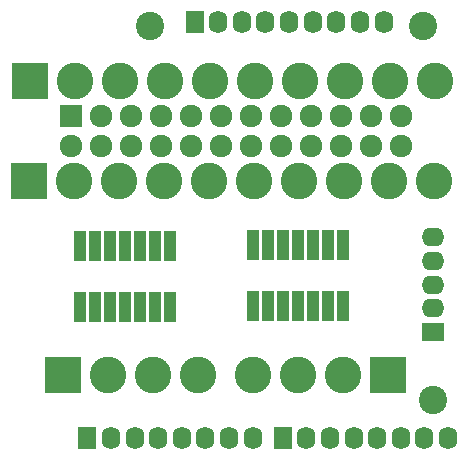
<source format=gbs>
%TF.GenerationSoftware,KiCad,Pcbnew,no-vcs-found-f685cfa~60~ubuntu16.04.1*%
%TF.CreationDate,2017-10-11T22:15:00+02:00*%
%TF.ProjectId,usb_alien,7573625F616C69656E2E6B696361645F,rev?*%
%TF.SameCoordinates,Original*%
%TF.FileFunction,Soldermask,Bot*%
%TF.FilePolarity,Negative*%
%FSLAX46Y46*%
G04 Gerber Fmt 4.6, Leading zero omitted, Abs format (unit mm)*
G04 Created by KiCad (PCBNEW no-vcs-found-f685cfa~60~ubuntu16.04.1) date Wed Oct 11 22:15:00 2017*
%MOMM*%
%LPD*%
G01*
G04 APERTURE LIST*
%ADD10C,3.100000*%
%ADD11R,3.100000X3.100000*%
%ADD12R,1.000000X2.600000*%
%ADD13R,1.924000X1.924000*%
%ADD14C,1.924000*%
%ADD15O,1.600000X1.924000*%
%ADD16R,1.600000X1.924000*%
%ADD17O,1.924000X1.600000*%
%ADD18R,1.924000X1.600000*%
%ADD19C,2.400000*%
G04 APERTURE END LIST*
D10*
%TO.C,P2*%
X145567400Y-102831900D03*
X149377400Y-102831900D03*
X153187400Y-102831900D03*
D11*
X156997400Y-102831900D03*
%TD*%
%TO.C,P1*%
X129476500Y-102831900D03*
D10*
X133286500Y-102831900D03*
X137096500Y-102831900D03*
X140906500Y-102831900D03*
%TD*%
D12*
%TO.C,U2*%
X138557000Y-91926100D03*
X138557000Y-97126100D03*
X137287000Y-91926100D03*
X137287000Y-97126100D03*
X136017000Y-91926100D03*
X136017000Y-97126100D03*
X134747000Y-91926100D03*
X134747000Y-97126100D03*
X133477000Y-91926100D03*
X133477000Y-97126100D03*
X132207000Y-91926100D03*
X132207000Y-97126100D03*
X130937000Y-91926100D03*
X130937000Y-97126100D03*
%TD*%
%TO.C,U1*%
X145542000Y-97062600D03*
X145542000Y-91862600D03*
X146812000Y-97062600D03*
X146812000Y-91862600D03*
X148082000Y-97062600D03*
X148082000Y-91862600D03*
X149352000Y-97062600D03*
X149352000Y-91862600D03*
X150622000Y-97062600D03*
X150622000Y-91862600D03*
X151892000Y-97062600D03*
X151892000Y-91862600D03*
X153162000Y-97062600D03*
X153162000Y-91862600D03*
%TD*%
D13*
%TO.C,J2*%
X130162300Y-80937100D03*
D14*
X130162300Y-83477100D03*
X132702300Y-80937100D03*
X132702300Y-83477100D03*
X135242300Y-80937100D03*
X135242300Y-83477100D03*
X137782300Y-80937100D03*
X137782300Y-83477100D03*
X140322300Y-80937100D03*
X140322300Y-83477100D03*
X142862300Y-80937100D03*
X142862300Y-83477100D03*
X145402300Y-80937100D03*
X145402300Y-83477100D03*
X147942300Y-80937100D03*
X147942300Y-83477100D03*
X150482300Y-80937100D03*
X150482300Y-83477100D03*
X153022300Y-80937100D03*
X153022300Y-83477100D03*
X155562300Y-80937100D03*
X155562300Y-83477100D03*
X158102300Y-80937100D03*
X158102300Y-83477100D03*
%TD*%
D10*
%TO.C,P4*%
X160947100Y-86410800D03*
X157137100Y-86410800D03*
X153327100Y-86410800D03*
X149517100Y-86410800D03*
X145707100Y-86410800D03*
X141897100Y-86410800D03*
X138087100Y-86410800D03*
X134277100Y-86410800D03*
X130467100Y-86410800D03*
D11*
X126657100Y-86410800D03*
%TD*%
%TO.C,P3*%
X126707900Y-78003400D03*
D10*
X130517900Y-78003400D03*
X134327900Y-78003400D03*
X138137900Y-78003400D03*
X141947900Y-78003400D03*
X145757900Y-78003400D03*
X149567900Y-78003400D03*
X153377900Y-78003400D03*
X157187900Y-78003400D03*
X160997900Y-78003400D03*
%TD*%
D15*
%TO.C,J1*%
X162098300Y-108168000D03*
X160098300Y-108168000D03*
X158098300Y-108168000D03*
X156098300Y-108168000D03*
X154098300Y-108168000D03*
X152098300Y-108168000D03*
X150098300Y-108168000D03*
D16*
X148098300Y-108168000D03*
D15*
X145558300Y-108168000D03*
X143558300Y-108168000D03*
X141558300Y-108168000D03*
X139558300Y-108168000D03*
X135558300Y-108168000D03*
X133558300Y-108168000D03*
X137558300Y-108168000D03*
D16*
X131558300Y-108168000D03*
D15*
X156638300Y-72958000D03*
X154638300Y-72958000D03*
X152638300Y-72958000D03*
X150638300Y-72958000D03*
X144638300Y-72958000D03*
X148638300Y-72958000D03*
X146638300Y-72958000D03*
X142638300Y-72958000D03*
D16*
X140638300Y-72958000D03*
D17*
X160798300Y-91208000D03*
X160798300Y-93208000D03*
X160798300Y-95208000D03*
D18*
X160798300Y-99208000D03*
D17*
X160798300Y-97208000D03*
D19*
X160808300Y-104948000D03*
X159938300Y-73308000D03*
X136858300Y-73308000D03*
%TD*%
M02*

</source>
